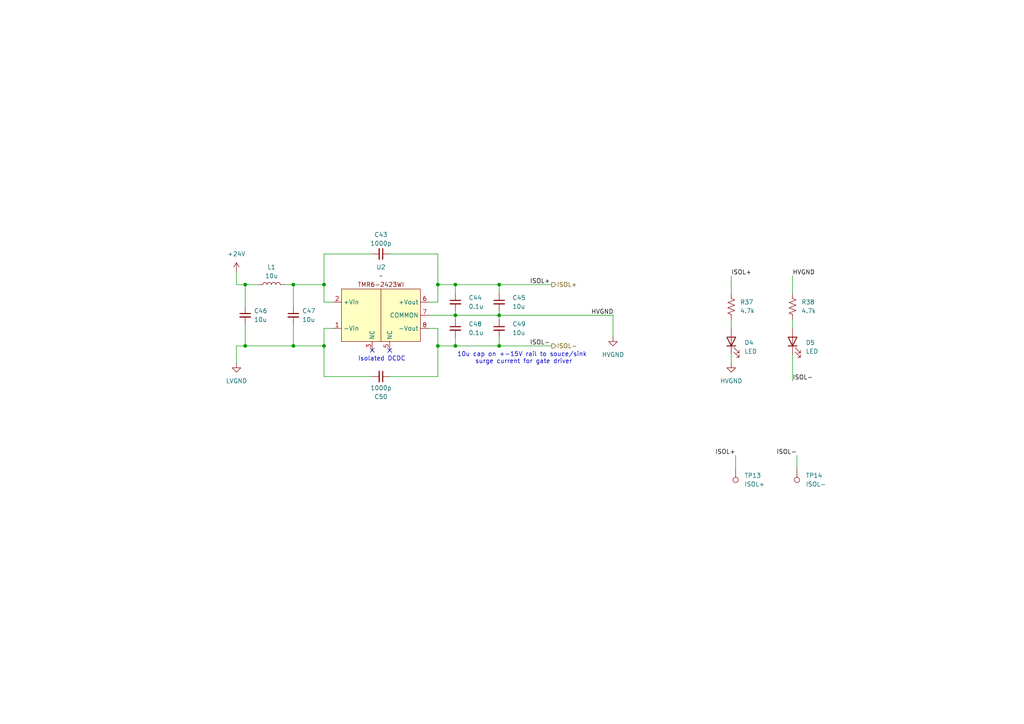
<source format=kicad_sch>
(kicad_sch (version 20250114) (generator "eeschema") (generator_version "9.0")
  (paper "A4")
  (lib_symbols
    (symbol "Connector:TestPoint" (pin_numbers (hide yes)) (pin_names (offset 0.762) (hide yes))
      (property "Reference" "TP" (at 0 6.858 0))
      (property "Value" "TestPoint" (at 0 5.08 0))
      (symbol "TestPoint_0_1"
        (circle (center 0 3.302) (radius 0.762))
      )
      (symbol "TestPoint_1_1"
        (pin passive line (at 0 0 90) (length 2.54) (name "1") (number "1"))
      )
    )
    (symbol "Device:C_Small" (pin_numbers (hide yes)) (pin_names (offset 0.254) (hide yes))
      (property "Reference" "C" (at 0.254 1.778 0))
      (property "Value" "C_Small" (at 0.254 -2.032 0))
      (symbol "C_Small_0_1"
        (polyline (pts (xy -1.524 0.508) (xy 1.524 0.508)) (stroke (width 0.3048)))
        (polyline (pts (xy -1.524 -0.508) (xy 1.524 -0.508)) (stroke (width 0.3302)))
      )
      (symbol "C_Small_1_1"
        (pin passive line (at 0 2.54 270) (length 2.032) (name "~") (number "1"))
        (pin passive line (at 0 -2.54 90) (length 2.032) (name "~") (number "2"))
      )
    )
    (symbol "Device:L" (pin_numbers (hide yes)) (pin_names (offset 1.016) (hide yes))
      (property "Reference" "L" (at -1.27 0 90))
      (property "Value" "L" (at 1.905 0 90))
      (symbol "L_0_1"
        (arc (start 0 2.54) (mid 0.6323 1.905) (end 0 1.27))
        (arc (start 0 1.27) (mid 0.6323 0.635) (end 0 0))
        (arc (start 0 0) (mid 0.6323 -0.635) (end 0 -1.27))
        (arc (start 0 -1.27) (mid 0.6323 -1.905) (end 0 -2.54))
      )
      (symbol "L_1_1"
        (pin passive line (at 0 3.81 270) (length 1.27) (name "1") (number "1"))
        (pin passive line (at 0 -3.81 90) (length 1.27) (name "2") (number "2"))
      )
    )
    (symbol "Device:LED" (pin_numbers (hide yes)) (pin_names (offset 1.016) (hide yes))
      (property "Reference" "D" (at 0 2.54 0))
      (property "Value" "LED" (at 0 -2.54 0))
      (symbol "LED_0_1"
        (polyline (pts (xy -3.048 -0.762) (xy -4.572 -2.286) (xy -3.81 -2.286) (xy -4.572 -2.286) (xy -4.572 -1.524)))
        (polyline (pts (xy -1.778 -0.762) (xy -3.302 -2.286) (xy -2.54 -2.286) (xy -3.302 -2.286) (xy -3.302 -1.524)))
        (polyline (pts (xy -1.27 0) (xy 1.27 0)))
        (polyline (pts (xy -1.27 -1.27) (xy -1.27 1.27)) (stroke (width 0.254)))
        (polyline (pts (xy 1.27 -1.27) (xy 1.27 1.27) (xy -1.27 0) (xy 1.27 -1.27)) (stroke (width 0.254)))
      )
      (symbol "LED_1_1"
        (pin passive line (at -3.81 0 0) (length 2.54) (name "K") (number "1"))
        (pin passive line (at 3.81 0 180) (length 2.54) (name "A") (number "2"))
      )
    )
    (symbol "Device:R_US" (pin_numbers (hide yes)) (pin_names (offset 0))
      (property "Reference" "R" (at 2.54 0 90))
      (property "Value" "R_US" (at -2.54 0 90))
      (symbol "R_US_0_1"
        (polyline (pts (xy 0 2.286) (xy 0 2.54)))
        (polyline (pts (xy 0 2.286) (xy 1.016 1.905) (xy 0 1.524) (xy -1.016 1.143) (xy 0 0.762)))
        (polyline (pts (xy 0 0.762) (xy 1.016 0.381) (xy 0 0) (xy -1.016 -0.381) (xy 0 -0.762)))
        (polyline (pts (xy 0 -0.762) (xy 1.016 -1.143) (xy 0 -1.524) (xy -1.016 -1.905) (xy 0 -2.286)))
        (polyline (pts (xy 0 -2.286) (xy 0 -2.54)))
      )
      (symbol "R_US_1_1"
        (pin passive line (at 0 3.81 270) (length 1.27) (name "~") (number "1"))
        (pin passive line (at 0 -3.81 90) (length 1.27) (name "~") (number "2"))
      )
    )
    (symbol "TractionInverter:TMR6-2423WI"
      (property "Reference" "U" (at 0 0 0))
      (symbol "TMR6-2423WI_0_1"
        (polyline (pts (xy 0 7.62) (xy 0 -7.62)))
      )
      (symbol "TMR6-2423WI_1_1"
        (rectangle (start -11.43 7.62) (end 11.43 -7.62) (fill (type color) (color 255 255 194 1)))
        (text "TMR6-2423WI" (at 0 8.89 0) (effects (font (size 1.27 1.27))))
        (pin passive line (at -13.97 3.81 0) (length 2.54) (name "+Vin") (number "2"))
        (pin passive line (at -13.97 -3.81 0) (length 2.54) (name "-Vin") (number "1"))
        (pin passive line (at -2.54 -10.16 90) (length 2.54) (name "NC") (number "3"))
        (pin passive line (at 2.54 -10.16 90) (length 2.54) (name "NC") (number "5"))
        (pin passive line (at 13.97 3.81 180) (length 2.54) (name "+Vout") (number "6"))
        (pin passive line (at 13.97 0 180) (length 2.54) (name "COMMON") (number "7"))
        (pin passive line (at 13.97 -3.81 180) (length 2.54) (name "-Vout") (number "8"))
      )
    )
    (symbol "power:+24V" (power) (pin_numbers (hide yes)) (pin_names (offset 0) (hide yes))
      (property "Value" "+24V" (at 0 3.556 0))
      (symbol "+24V_0_1"
        (polyline (pts (xy -0.762 1.27) (xy 0 2.54)))
        (polyline (pts (xy 0 2.54) (xy 0.762 1.27)))
        (polyline (pts (xy 0 0) (xy 0 2.54)))
      )
      (symbol "+24V_1_1"
        (pin power_in line (at 0 0 90) (length 0) (name "~") (number "1"))
      )
    )
    (symbol "power:GND" (power) (pin_numbers (hide yes)) (pin_names (offset 0) (hide yes))
      (property "Value" "GND" (at 0 -3.81 0))
      (symbol "GND_0_1"
        (polyline (pts (xy 0 0) (xy 0 -1.27) (xy 1.27 -1.27) (xy 0 -2.54) (xy -1.27 -1.27) (xy 0 -1.27)))
      )
      (symbol "GND_1_1"
        (pin power_in line (at 0 0 270) (length 0) (name "~") (number "1"))
      )
    )
  )
  (text "Isolated DCDC" (at 110.744 104.14 0) (effects (font (size 1.27 1.27))))
  (text "10u cap on +-15V rail to souce/sink \nsurge current for gate driver" (at 151.892 103.886 0) (effects (font (size 1.27 1.27))))
  (junction (at 144.78 91.44))
  (junction (at 85.09 100.33))
  (junction (at 127 82.55))
  (junction (at 132.08 100.33))
  (junction (at 85.09 82.55))
  (junction (at 132.08 91.44))
  (junction (at 71.12 100.33))
  (junction (at 71.12 82.55))
  (junction (at 132.08 82.55))
  (junction (at 127 100.33))
  (junction (at 93.98 100.33))
  (junction (at 93.98 82.55))
  (junction (at 144.78 100.33))
  (junction (at 144.78 82.55))
  (no_connect (at 107.95 101.6))
  (no_connect (at 113.03 101.6))
  (wire (pts (xy 85.09 93.98) (xy 85.09 100.33)))
  (wire (pts (xy 144.78 91.44) (xy 177.8 91.44)))
  (wire (pts (xy 85.09 82.55) (xy 85.09 88.9)))
  (wire (pts (xy 212.09 102.87) (xy 212.09 105.41)))
  (wire (pts (xy 229.87 92.71) (xy 229.87 95.25)))
  (wire (pts (xy 71.12 82.55) (xy 71.12 88.9)))
  (wire (pts (xy 68.58 100.33) (xy 71.12 100.33)))
  (wire (pts (xy 93.98 73.66) (xy 93.98 82.55)))
  (wire (pts (xy 144.78 82.55) (xy 160.02 82.55)))
  (wire (pts (xy 212.09 80.01) (xy 212.09 85.09)))
  (wire (pts (xy 93.98 100.33) (xy 93.98 95.25)))
  (wire (pts (xy 74.93 82.55) (xy 71.12 82.55)))
  (wire (pts (xy 144.78 91.44) (xy 132.08 91.44)))
  (wire (pts (xy 144.78 100.33) (xy 160.02 100.33)))
  (wire (pts (xy 229.87 80.01) (xy 229.87 85.09)))
  (wire (pts (xy 144.78 90.17) (xy 144.78 91.44)))
  (wire (pts (xy 71.12 100.33) (xy 85.09 100.33)))
  (wire (pts (xy 93.98 95.25) (xy 96.52 95.25)))
  (wire (pts (xy 212.09 92.71) (xy 212.09 95.25)))
  (wire (pts (xy 113.03 73.66) (xy 127 73.66)))
  (wire (pts (xy 82.55 82.55) (xy 85.09 82.55)))
  (wire (pts (xy 144.78 97.79) (xy 144.78 100.33)))
  (wire (pts (xy 107.95 73.66) (xy 93.98 73.66)))
  (wire (pts (xy 229.87 102.87) (xy 229.87 110.49)))
  (wire (pts (xy 85.09 100.33) (xy 93.98 100.33)))
  (wire (pts (xy 127 87.63) (xy 127 82.55)))
  (wire (pts (xy 231.14 132.08) (xy 231.14 135.89)))
  (wire (pts (xy 124.46 91.44) (xy 132.08 91.44)))
  (wire (pts (xy 132.08 97.79) (xy 132.08 100.33)))
  (wire (pts (xy 127 82.55) (xy 132.08 82.55)))
  (wire (pts (xy 85.09 82.55) (xy 93.98 82.55)))
  (wire (pts (xy 127 73.66) (xy 127 82.55)))
  (wire (pts (xy 144.78 91.44) (xy 144.78 92.71)))
  (wire (pts (xy 132.08 82.55) (xy 132.08 85.09)))
  (wire (pts (xy 124.46 87.63) (xy 127 87.63)))
  (wire (pts (xy 124.46 95.25) (xy 127 95.25)))
  (wire (pts (xy 127 100.33) (xy 132.08 100.33)))
  (wire (pts (xy 71.12 93.98) (xy 71.12 100.33)))
  (wire (pts (xy 93.98 82.55) (xy 93.98 87.63)))
  (wire (pts (xy 132.08 100.33) (xy 144.78 100.33)))
  (wire (pts (xy 177.8 91.44) (xy 177.8 97.79)))
  (wire (pts (xy 68.58 78.74) (xy 68.58 82.55)))
  (wire (pts (xy 132.08 90.17) (xy 132.08 91.44)))
  (wire (pts (xy 144.78 82.55) (xy 144.78 85.09)))
  (wire (pts (xy 93.98 100.33) (xy 93.98 109.22)))
  (wire (pts (xy 68.58 82.55) (xy 71.12 82.55)))
  (wire (pts (xy 213.36 132.08) (xy 213.36 135.89)))
  (wire (pts (xy 127 109.22) (xy 127 100.33)))
  (wire (pts (xy 132.08 91.44) (xy 132.08 92.71)))
  (wire (pts (xy 113.03 109.22) (xy 127 109.22)))
  (wire (pts (xy 68.58 105.41) (xy 68.58 100.33)))
  (wire (pts (xy 107.95 109.22) (xy 93.98 109.22)))
  (wire (pts (xy 93.98 87.63) (xy 96.52 87.63)))
  (wire (pts (xy 132.08 82.55) (xy 144.78 82.55)))
  (wire (pts (xy 127 95.25) (xy 127 100.33)))
  (label "ISOL-" (at 231.14 132.08 180))
  (label "ISOL+" (at 213.36 132.08 180))
  (label "HVGND" (at 171.45 91.44 0))
  (label "HVGND" (at 229.87 80.01 0))
  (label "ISOL-" (at 229.87 110.49 0))
  (label "ISOL+" (at 153.67 82.55 0))
  (label "ISOL+" (at 212.09 80.01 0))
  (label "ISOL-" (at 153.67 100.33 0))
  (hierarchical_label "ISOL-" (shape output) (at 160.02 100.33 0))
  (hierarchical_label "ISOL+" (shape output) (at 160.02 82.55 0))
  (symbol (lib_id "Connector:TestPoint") (at 231.14 135.89 180) (unit 1)
    (property "Reference" "TP14" (at 233.68 137.9219 0) (effects (justify right)))
    (property "Value" "ISOL-" (at 233.68 140.4619 0) (effects (justify right)))
    (property "Footprint" "TractionInverter:KEYSTONE_5281" (effects (hide yes)))
    (property "Description" "test point" (effects (hide yes)))
  )
  (symbol (lib_id "Device:C_Small") (at 132.08 95.25 0) (unit 1)
    (property "Reference" "C48" (at 135.89 93.9862 0) (effects (justify left)))
    (property "Value" "0.1u" (at 135.89 96.5262 0) (effects (justify left)))
    (property "Footprint" "Capacitor_SMD:C_0603_1608Metric" (effects (hide yes)))
    (property "Description" "Unpolarized capacitor, small symbol" (effects (hide yes)))
  )
  (symbol (lib_id "Device:LED") (at 212.09 99.06 90) (unit 1)
    (property "Reference" "D4" (at 215.9 99.3774 90) (effects (justify right)))
    (property "Value" "LED" (at 215.9 101.9174 90) (effects (justify right)))
    (property "Footprint" "LED_SMD:LED_0603_1608Metric" (effects (hide yes)))
    (property "Description" "Light emitting diode" (effects (hide yes)))
    (property "Sim.Pins" "1=K 2=A" (effects (hide yes)))
  )
  (symbol (lib_id "power:GND") (at 68.58 105.41 0) (unit 1)
    (property "Reference" "#PWR055" (effects (hide yes)))
    (property "Value" "LVGND" (at 68.58 110.49 0))
    (property "Description" "Power symbol creates a global label with name \"GND\" , ground" (effects (hide yes)))
  )
  (symbol (lib_id "Device:C_Small") (at 110.49 109.22 270) (mirror x) (unit 1)
    (property "Reference" "C50" (at 110.49 115.062 90))
    (property "Value" "1000p" (at 110.49 112.522 90))
    (property "Footprint" "Capacitor_SMD:C_1808_4520Metric" (effects (hide yes)))
    (property "Description" "Unpolarized capacitor, small symbol" (effects (hide yes)))
  )
  (symbol (lib_id "Connector:TestPoint") (at 213.36 135.89 180) (unit 1)
    (property "Reference" "TP13" (at 215.9 137.9219 0) (effects (justify right)))
    (property "Value" "ISOL+" (at 215.9 140.4619 0) (effects (justify right)))
    (property "Footprint" "TractionInverter:KEYSTONE_5281" (effects (hide yes)))
    (property "Description" "test point" (effects (hide yes)))
  )
  (symbol (lib_id "TractionInverter:TMR6-2423WI") (at 110.49 91.44 0) (unit 1)
    (property "Reference" "U2" (at 110.49 77.47 0))
    (property "Value" "~" (at 110.49 80.01 0))
    (property "Footprint" "TractionInverter:Converter_DCDC_TRACO_TMR4-xxxxWI_THT" (effects (hide yes)))
  )
  (symbol (lib_id "Device:C_Small") (at 110.49 73.66 270) (unit 1)
    (property "Reference" "C43" (at 110.49 68.072 90))
    (property "Value" "1000p" (at 110.49 70.612 90))
    (property "Footprint" "Capacitor_SMD:C_1808_4520Metric" (effects (hide yes)))
    (property "Description" "Unpolarized capacitor, small symbol" (effects (hide yes)))
  )
  (symbol (lib_id "Device:R_US") (at 229.87 88.9 0) (unit 1)
    (property "Reference" "R38" (at 232.41 87.6299 0) (effects (justify left)))
    (property "Value" "4.7k" (at 232.41 90.1699 0) (effects (justify left)))
    (property "Footprint" "Resistor_SMD:R_0603_1608Metric" (effects (hide yes)))
    (property "Description" "Resistor, US symbol" (effects (hide yes)))
  )
  (symbol (lib_id "Device:C_Small") (at 85.09 91.44 0) (unit 1)
    (property "Reference" "C47" (at 87.63 90.1762 0) (effects (justify left)))
    (property "Value" "10u" (at 87.63 92.7162 0) (effects (justify left)))
    (property "Footprint" "Capacitor_SMD:C_1210_3225Metric" (effects (hide yes)))
    (property "Description" "Unpolarized capacitor, small symbol" (effects (hide yes)))
  )
  (symbol (lib_id "Device:R_US") (at 212.09 88.9 0) (unit 1)
    (property "Reference" "R37" (at 214.63 87.6299 0) (effects (justify left)))
    (property "Value" "4.7k" (at 214.63 90.1699 0) (effects (justify left)))
    (property "Footprint" "Resistor_SMD:R_0603_1608Metric" (effects (hide yes)))
    (property "Description" "Resistor, US symbol" (effects (hide yes)))
  )
  (symbol (lib_id "power:GND") (at 212.09 105.41 0) (unit 1)
    (property "Reference" "#PWR056" (effects (hide yes)))
    (property "Value" "HVGND" (at 212.09 110.49 0))
    (property "Description" "Power symbol creates a global label with name \"GND\" , ground" (effects (hide yes)))
  )
  (symbol (lib_id "Device:LED") (at 229.87 99.06 90) (unit 1)
    (property "Reference" "D5" (at 233.68 99.3774 90) (effects (justify right)))
    (property "Value" "LED" (at 233.68 101.9174 90) (effects (justify right)))
    (property "Footprint" "LED_SMD:LED_0603_1608Metric" (effects (hide yes)))
    (property "Description" "Light emitting diode" (effects (hide yes)))
    (property "Sim.Pins" "1=K 2=A" (effects (hide yes)))
  )
  (symbol (lib_id "Device:C_Small") (at 71.12 91.44 0) (unit 1)
    (property "Reference" "C46" (at 73.66 90.1762 0) (effects (justify left)))
    (property "Value" "10u" (at 73.66 92.7162 0) (effects (justify left)))
    (property "Footprint" "Capacitor_SMD:C_1210_3225Metric" (effects (hide yes)))
    (property "Description" "Unpolarized capacitor, small symbol" (effects (hide yes)))
  )
  (symbol (lib_id "power:GND") (at 177.8 97.79 0) (unit 1)
    (property "Reference" "#PWR054" (effects (hide yes)))
    (property "Value" "HVGND" (at 177.8 102.87 0))
    (property "Description" "Power symbol creates a global label with name \"GND\" , ground" (effects (hide yes)))
  )
  (symbol (lib_id "Device:C_Small") (at 144.78 87.63 0) (unit 1)
    (property "Reference" "C45" (at 148.59 86.3662 0) (effects (justify left)))
    (property "Value" "10u" (at 148.59 88.9062 0) (effects (justify left)))
    (property "Footprint" "Capacitor_SMD:C_1210_3225Metric" (effects (hide yes)))
    (property "Description" "Unpolarized capacitor, small symbol" (effects (hide yes)))
  )
  (symbol (lib_id "Device:C_Small") (at 144.78 95.25 0) (unit 1)
    (property "Reference" "C49" (at 148.59 93.9862 0) (effects (justify left)))
    (property "Value" "10u" (at 148.59 96.5262 0) (effects (justify left)))
    (property "Footprint" "Capacitor_SMD:C_1210_3225Metric" (effects (hide yes)))
    (property "Description" "Unpolarized capacitor, small symbol" (effects (hide yes)))
  )
  (symbol (lib_id "Device:C_Small") (at 132.08 87.63 0) (unit 1)
    (property "Reference" "C44" (at 135.89 86.3662 0) (effects (justify left)))
    (property "Value" "0.1u" (at 135.89 88.9062 0) (effects (justify left)))
    (property "Footprint" "Capacitor_SMD:C_0603_1608Metric" (effects (hide yes)))
    (property "Description" "Unpolarized capacitor, small symbol" (effects (hide yes)))
  )
  (symbol (lib_id "power:+24V") (at 68.58 78.74 0) (unit 1)
    (property "Reference" "#PWR053" (effects (hide yes)))
    (property "Value" "+24V" (at 68.58 73.66 0))
    (property "Description" "Power symbol creates a global label with name \"+24V\"" (effects (hide yes)))
  )
  (symbol (lib_id "Device:L") (at 78.74 82.55 90) (unit 1)
    (property "Reference" "L1" (at 78.74 77.47 90))
    (property "Value" "10u" (at 78.74 80.01 90))
    (property "Footprint" "TractionInverter:WE-PD2_5848_582055" (effects (hide yes)))
    (property "Description" "Inductor" (effects (hide yes)))
  )
)
</source>
